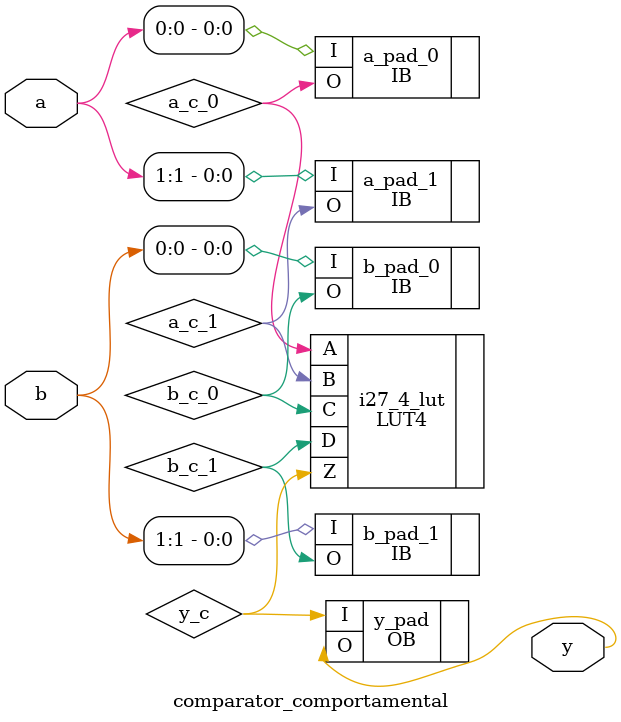
<source format=v>

module comparator_comportamental (a, b, y) /* synthesis syn_module_defined=1 */ ;   // d:/rtl_fpga/vhdl/comparator_2bits/comparator_2bits_comportamental.v(1[8:33])
    input [1:0]a;   // d:/rtl_fpga/vhdl/comparator_2bits/comparator_2bits_comportamental.v(2[13:14])
    input [1:0]b;   // d:/rtl_fpga/vhdl/comparator_2bits/comparator_2bits_comportamental.v(2[15:16])
    output y;   // d:/rtl_fpga/vhdl/comparator_2bits/comparator_2bits_comportamental.v(3[12:13])
    
    
    wire a_c_1, a_c_0, b_c_1, b_c_0, y_c, GND_net, VCC_net;
    
    OB y_pad (.I(y_c), .O(y));   // d:/rtl_fpga/vhdl/comparator_2bits/comparator_2bits_comportamental.v(3[12:13])
    VLO i28 (.Z(GND_net));
    PUR PUR_INST (.PUR(VCC_net));
    defparam PUR_INST.RST_PULSE = 1;
    IB a_pad_1 (.I(a[1]), .O(a_c_1));   // d:/rtl_fpga/vhdl/comparator_2bits/comparator_2bits_comportamental.v(2[13:14])
    IB a_pad_0 (.I(a[0]), .O(a_c_0));   // d:/rtl_fpga/vhdl/comparator_2bits/comparator_2bits_comportamental.v(2[13:14])
    IB b_pad_1 (.I(b[1]), .O(b_c_1));   // d:/rtl_fpga/vhdl/comparator_2bits/comparator_2bits_comportamental.v(2[15:16])
    IB b_pad_0 (.I(b[0]), .O(b_c_0));   // d:/rtl_fpga/vhdl/comparator_2bits/comparator_2bits_comportamental.v(2[15:16])
    GSR GSR_INST (.GSR(VCC_net));
    LUT4 i27_4_lut (.A(a_c_0), .B(a_c_1), .C(b_c_0), .D(b_c_1), .Z(y_c)) /* synthesis lut_function=(A (B (C (D))+!B !((D)+!C))+!A !(B (C+!(D))+!B (C+(D)))) */ ;   // d:/rtl_fpga/vhdl/comparator_2bits/comparator_2bits_comportamental.v(6[6:10])
    defparam i27_4_lut.init = 16'h8421;
    VHI i29 (.Z(VCC_net));
    
endmodule
//
// Verilog Description of module PUR
// module not written out since it is a black-box. 
//


</source>
